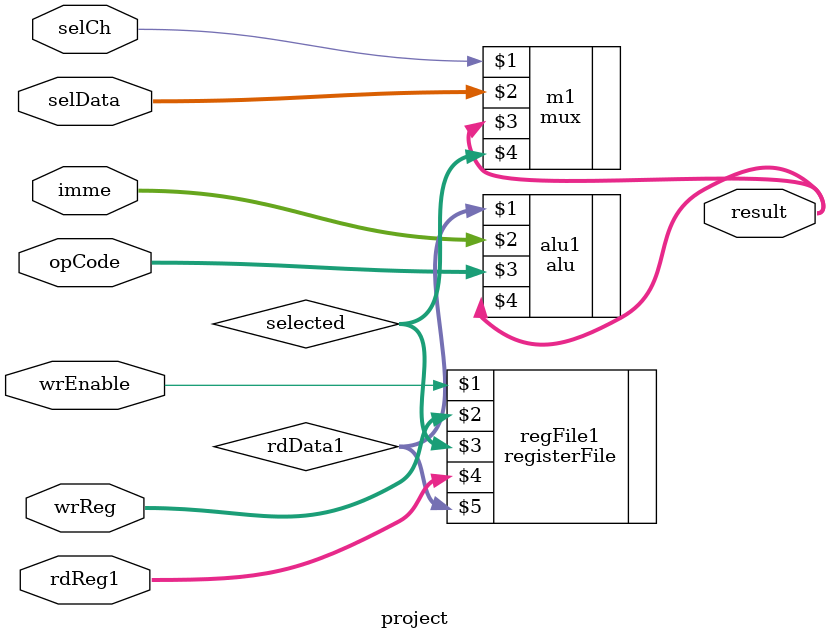
<source format=v>
module project (input wrEnable, input [4:0] wrReg, input [4:0] rdReg1, input [15:0] imme,input [3:0] opCode, output signed [31:0] result, input selCh, input [31:0] selData);

	wire [31:0] selected;
	wire signed [31:0] rdData1;
	wire signed [31:0] immediate;
	registerFile regFile1 (wrEnable, wrReg, selected, rdReg1, rdData1);
	alu alu1 (rdData1, imme, opCode, result);
	mux m1 (selCh, selData, result, selected);

endmodule
 
</source>
